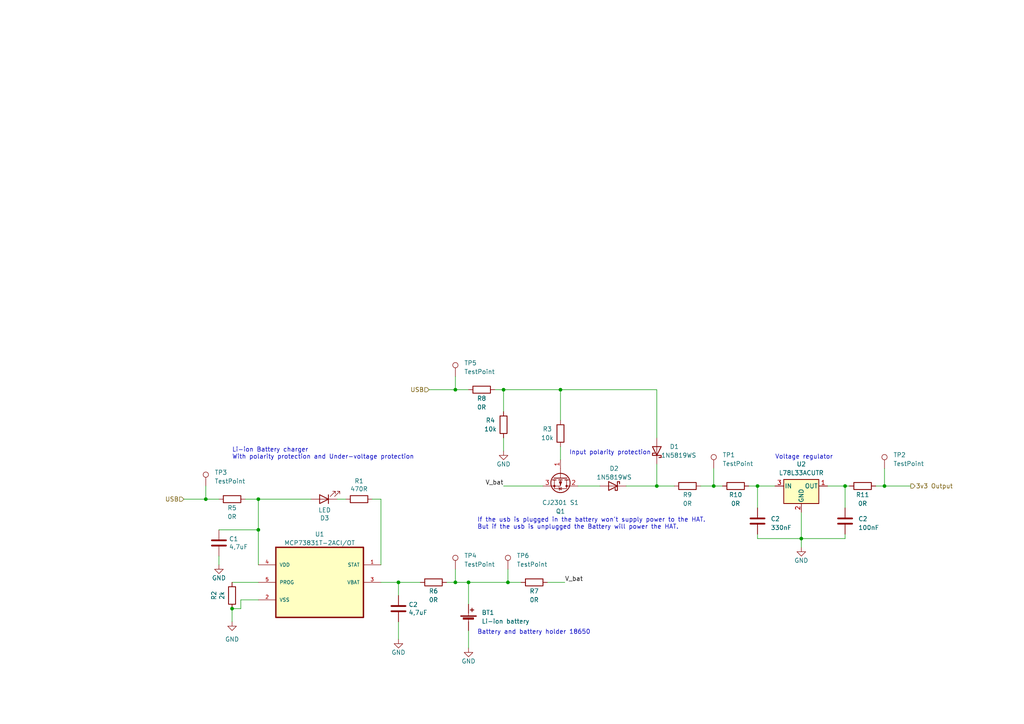
<source format=kicad_sch>
(kicad_sch (version 20230121) (generator eeschema)
  (paper "A4")
  (title_block (title "Power Subsystem") (date "2023-03-13") (rev "v2") (company "UCT") (comment 1 "Author: Nathan Sieberhagen"))
  (lib_symbols
    (symbol "Connector:TestPoint" (pin_numbers hide) (pin_names (offset 0.762) hide)
      (property "Reference" "TP" (at 0 6.858 0))
      (property "Value" "TestPoint" (at 0 5.08 0))
      (symbol "TestPoint_0_1"
        (circle (center 0 3.302) (radius 0.762))
      )
      (symbol "TestPoint_1_1"
        (pin passive line (at 0 0 90) (length 2.54) (name "1") (number "1"))
      )
    )
    (symbol "Device:Battery_Cell" (pin_numbers hide) (pin_names (offset 0) hide)
      (property "Reference" "BT" (at 2.54 2.54 0))
      (property "Value" "Battery_Cell" (at 2.54 0 0))
      (symbol "Battery_Cell_0_1"
        (rectangle (start -2.286 1.778) (end 2.286 1.524) (fill (type outline)))
        (rectangle (start -1.5748 1.1938) (end 1.4732 0.6858) (fill (type outline)))
        (polyline (pts (xy 0 0.762) (xy 0 0)))
        (polyline (pts (xy 0 1.778) (xy 0 2.54)))
        (polyline (pts (xy 0.508 3.429) (xy 1.524 3.429)) (stroke (width 0.254)))
        (polyline (pts (xy 1.016 3.937) (xy 1.016 2.921)) (stroke (width 0.254)))
      )
      (symbol "Battery_Cell_1_1"
        (pin passive line (at 0 5.08 270) (length 2.54) (name "+") (number "1"))
        (pin passive line (at 0 -2.54 90) (length 2.54) (name "-") (number "2"))
      )
    )
    (symbol "Device:C" (pin_numbers hide) (pin_names (offset 0.254))
      (property "Reference" "C" (at 0.635 2.54 0))
      (property "Value" "C" (at 0.635 -2.54 0))
      (symbol "C_0_1"
        (polyline (pts (xy -2.032 -0.762) (xy 2.032 -0.762)) (stroke (width 0.508)))
        (polyline (pts (xy -2.032 0.762) (xy 2.032 0.762)) (stroke (width 0.508)))
      )
      (symbol "C_1_1"
        (pin passive line (at 0 3.81 270) (length 2.794) (name "~") (number "1"))
        (pin passive line (at 0 -3.81 90) (length 2.794) (name "~") (number "2"))
      )
    )
    (symbol "Device:LED" (pin_numbers hide) (pin_names (offset 1.016) hide)
      (property "Reference" "D" (at 0 2.54 0))
      (property "Value" "LED" (at 0 -2.54 0))
      (symbol "LED_0_1"
        (polyline (pts (xy -1.27 -1.27) (xy -1.27 1.27)) (stroke (width 0.254)))
        (polyline (pts (xy -1.27 0) (xy 1.27 0)))
        (polyline (pts (xy 1.27 -1.27) (xy 1.27 1.27) (xy -1.27 0) (xy 1.27 -1.27)) (stroke (width 0.254)))
        (polyline (pts (xy -3.048 -0.762) (xy -4.572 -2.286) (xy -3.81 -2.286) (xy -4.572 -2.286) (xy -4.572 -1.524)))
        (polyline (pts (xy -1.778 -0.762) (xy -3.302 -2.286) (xy -2.54 -2.286) (xy -3.302 -2.286) (xy -3.302 -1.524)))
      )
      (symbol "LED_1_1"
        (pin passive line (at -3.81 0 0) (length 2.54) (name "K") (number "1"))
        (pin passive line (at 3.81 0 180) (length 2.54) (name "A") (number "2"))
      )
    )
    (symbol "Device:R" (pin_numbers hide) (pin_names (offset 0))
      (property "Reference" "R" (at 2.032 0 90))
      (property "Value" "R" (at 0 0 90))
      (symbol "R_0_1"
        (rectangle (start -1.016 -2.54) (end 1.016 2.54) (stroke (width 0.254)))
      )
      (symbol "R_1_1"
        (pin passive line (at 0 3.81 270) (length 1.27) (name "~") (number "1"))
        (pin passive line (at 0 -3.81 90) (length 1.27) (name "~") (number "2"))
      )
    )
    (symbol "Diode:1N5819WS" (pin_numbers hide) (pin_names (offset 1.016) hide)
      (property "Reference" "D" (at 0 2.54 0))
      (property "Value" "1N5819WS" (at 0 -2.54 0))
      (symbol "1N5819WS_0_1"
        (polyline (pts (xy 1.27 0) (xy -1.27 0)))
        (polyline (pts (xy 1.27 1.27) (xy 1.27 -1.27) (xy -1.27 0) (xy 1.27 1.27)) (stroke (width 0.254)))
        (polyline (pts (xy -1.905 0.635) (xy -1.905 1.27) (xy -1.27 1.27) (xy -1.27 -1.27) (xy -0.635 -1.27) (xy -0.635 -0.635)) (stroke (width 0.254)))
      )
      (symbol "1N5819WS_1_1"
        (pin passive line (at -3.81 0 0) (length 2.54) (name "K") (number "1"))
        (pin passive line (at 3.81 0 180) (length 2.54) (name "A") (number "2"))
      )
    )
    (symbol "MCP73831T-2ACI_OT:MCP73831T-2ACI{slash}OT" (pin_names (offset 1.016))
      (property "Reference" "U" (at -4.1227 10.0778 0))
      (property "Value" "MCP73831T-2ACI{slash}OT" (at -5.9526 -17.1963 0))
      (symbol "MCP73831T-2ACI{slash}OT_0_0"
        (rectangle (start -12.7 -12.7) (end 12.7 7.62) (stroke (width 0.4064)) (fill (type background)))
        (pin output line (at 17.78 2.54 180) (length 5.08) (name "STAT") (number "1"))
        (pin power_in line (at -17.78 -7.62 0) (length 5.08) (name "VSS") (number "2"))
        (pin output line (at 17.78 -2.54 180) (length 5.08) (name "VBAT") (number "3"))
        (pin power_in line (at -17.78 2.54 0) (length 5.08) (name "VDD") (number "4"))
        (pin input line (at -17.78 -2.54 0) (length 5.08) (name "PROG") (number "5"))
      )
    )
    (symbol "Regulator_Linear:L78L33_SOT89" (pin_names (offset 0.254))
      (property "Reference" "U" (at -3.81 3.175 0))
      (property "Value" "L78L33_SOT89" (at -0.635 3.175 0))
      (symbol "L78L33_SOT89_0_1"
        (rectangle (start -5.08 1.905) (end 5.08 -5.08) (stroke (width 0.254)) (fill (type background)))
      )
      (symbol "L78L33_SOT89_1_1"
        (pin power_out line (at 7.62 0 180) (length 2.54) (name "OUT") (number "1"))
        (pin power_in line (at 0 -7.62 90) (length 2.54) (name "GND") (number "2"))
        (pin power_in line (at -7.62 0 0) (length 2.54) (name "IN") (number "3"))
      )
    )
    (symbol "Transistor_FET:FQP27P06" (pin_names hide)
      (property "Reference" "Q" (at 5.08 1.905 0))
      (property "Value" "FQP27P06" (at 5.08 0 0))
      (symbol "FQP27P06_0_1"
        (polyline (pts (xy 0.254 0) (xy -2.54 0)))
        (polyline (pts (xy 0.254 1.905) (xy 0.254 -1.905)) (stroke (width 0.254)))
        (polyline (pts (xy 0.762 -1.27) (xy 0.762 -2.286)) (stroke (width 0.254)))
        (polyline (pts (xy 0.762 0.508) (xy 0.762 -0.508)) (stroke (width 0.254)))
        (polyline (pts (xy 0.762 2.286) (xy 0.762 1.27)) (stroke (width 0.254)))
        (polyline (pts (xy 2.54 2.54) (xy 2.54 1.778)))
        (polyline (pts (xy 2.54 -2.54) (xy 2.54 0) (xy 0.762 0)))
        (polyline (pts (xy 0.762 1.778) (xy 3.302 1.778) (xy 3.302 -1.778) (xy 0.762 -1.778)))
        (polyline (pts (xy 2.286 0) (xy 1.27 0.381) (xy 1.27 -0.381) (xy 2.286 0)) (fill (type outline)))
        (polyline (pts (xy 2.794 -0.508) (xy 2.921 -0.381) (xy 3.683 -0.381) (xy 3.81 -0.254)))
        (polyline (pts (xy 3.302 -0.381) (xy 2.921 0.254) (xy 3.683 0.254) (xy 3.302 -0.381)))
        (circle (center 1.651 0) (radius 2.794) (stroke (width 0.254)))
        (circle (center 2.54 -1.778) (radius 0.254) (fill (type outline)))
        (circle (center 2.54 1.778) (radius 0.254) (fill (type outline)))
      )
      (symbol "FQP27P06_1_1"
        (pin input line (at -5.08 0 0) (length 2.54) (name "G") (number "1"))
        (pin passive line (at 2.54 5.08 270) (length 2.54) (name "D") (number "2"))
        (pin passive line (at 2.54 -5.08 90) (length 2.54) (name "S") (number "3"))
      )
    )
    (symbol "power:GND" (power) (pin_names (offset 0))
      (property "Value" "GND" (at 0 -3.81 0))
      (symbol "GND_0_1"
        (polyline (pts (xy 0 0) (xy 0 -1.27) (xy 1.27 -1.27) (xy 0 -2.54) (xy -1.27 -1.27) (xy 0 -1.27)))
      )
      (symbol "GND_1_1"
        (pin power_in line (at 0 0 270) (length 0) hide (name "GND") (number "1"))
      )
    )
  )
  (junction (at 219.71 140.97))
  (junction (at 232.41 156.21))
  (junction (at 132.08 113.03))
  (junction (at 256.54 140.97))
  (junction (at 146.05 113.03))
  (junction (at 74.93 144.78))
  (junction (at 59.69 144.78))
  (junction (at 190.5 140.97))
  (junction (at 132.08 168.91))
  (junction (at 135.89 168.91))
  (junction (at 162.56 113.03))
  (junction (at 74.93 153.67))
  (junction (at 115.57 168.91))
  (junction (at 207.01 140.97))
  (junction (at 147.32 168.91))
  (junction (at 245.11 140.97))
  (junction (at 67.31 176.53))
  (wire (pts (xy 203.2 140.97) (xy 207.01 140.97)))
  (wire (pts (xy 115.57 168.91) (xy 115.57 172.72)))
  (wire (pts (xy 135.89 182.88) (xy 135.89 187.96)))
  (wire (pts (xy 190.5 134.62) (xy 190.5 140.97)))
  (wire (pts (xy 224.79 140.97) (xy 219.71 140.97)))
  (wire (pts (xy 132.08 113.03) (xy 135.89 113.03)))
  (wire (pts (xy 240.03 140.97) (xy 245.11 140.97)))
  (wire (pts (xy 158.75 168.91) (xy 163.83 168.91)))
  (wire (pts (xy 59.69 144.78) (xy 63.5 144.78)))
  (wire (pts (xy 245.11 156.21) (xy 232.41 156.21)))
  (wire (pts (xy 107.95 144.78) (xy 110.49 144.78)))
  (wire (pts (xy 115.57 180.34) (xy 115.57 185.42)))
  (wire (pts (xy 67.31 176.53) (xy 67.31 180.34)))
  (wire (pts (xy 162.56 113.03) (xy 190.5 113.03)))
  (wire (pts (xy 245.11 140.97) (xy 245.11 147.32)))
  (wire (pts (xy 146.05 140.97) (xy 157.48 140.97)))
  (wire (pts (xy 167.64 140.97) (xy 173.99 140.97)))
  (wire (pts (xy 162.56 113.03) (xy 146.05 113.03)))
  (wire (pts (xy 232.41 156.21) (xy 232.41 158.75)))
  (wire (pts (xy 245.11 154.94) (xy 245.11 156.21)))
  (wire (pts (xy 146.05 127) (xy 146.05 130.81)))
  (wire (pts (xy 232.41 156.21) (xy 219.71 156.21)))
  (wire (pts (xy 254 140.97) (xy 256.54 140.97)))
  (wire (pts (xy 69.85 176.53) (xy 67.31 176.53)))
  (wire (pts (xy 190.5 113.03) (xy 190.5 127)))
  (wire (pts (xy 256.54 135.89) (xy 256.54 140.97)))
  (wire (pts (xy 143.51 113.03) (xy 146.05 113.03)))
  (wire (pts (xy 181.61 140.97) (xy 190.5 140.97)))
  (wire (pts (xy 132.08 109.22) (xy 132.08 113.03)))
  (wire (pts (xy 146.05 113.03) (xy 146.05 119.38)))
  (wire (pts (xy 219.71 156.21) (xy 219.71 154.94)))
  (wire (pts (xy 63.5 153.67) (xy 74.93 153.67)))
  (wire (pts (xy 67.31 168.91) (xy 74.93 168.91)))
  (wire (pts (xy 69.85 173.99) (xy 74.93 173.99)))
  (wire (pts (xy 207.01 140.97) (xy 209.55 140.97)))
  (wire (pts (xy 63.5 161.29) (xy 63.5 163.83)))
  (wire (pts (xy 147.32 165.1) (xy 147.32 168.91)))
  (wire (pts (xy 129.54 168.91) (xy 132.08 168.91)))
  (wire (pts (xy 110.49 168.91) (xy 115.57 168.91)))
  (wire (pts (xy 53.34 144.78) (xy 59.69 144.78)))
  (wire (pts (xy 147.32 168.91) (xy 151.13 168.91)))
  (wire (pts (xy 219.71 140.97) (xy 219.71 147.32)))
  (wire (pts (xy 115.57 168.91) (xy 121.92 168.91)))
  (wire (pts (xy 124.46 113.03) (xy 132.08 113.03)))
  (wire (pts (xy 256.54 140.97) (xy 264.16 140.97)))
  (wire (pts (xy 110.49 144.78) (xy 110.49 163.83)))
  (wire (pts (xy 217.17 140.97) (xy 219.71 140.97)))
  (wire (pts (xy 232.41 148.59) (xy 232.41 156.21)))
  (wire (pts (xy 69.85 173.99) (xy 69.85 176.53)))
  (wire (pts (xy 135.89 168.91) (xy 135.89 175.26)))
  (wire (pts (xy 74.93 144.78) (xy 90.17 144.78)))
  (wire (pts (xy 132.08 168.91) (xy 135.89 168.91)))
  (wire (pts (xy 74.93 153.67) (xy 74.93 163.83)))
  (wire (pts (xy 190.5 140.97) (xy 195.58 140.97)))
  (wire (pts (xy 59.69 140.97) (xy 59.69 144.78)))
  (wire (pts (xy 162.56 121.92) (xy 162.56 113.03)))
  (wire (pts (xy 207.01 135.89) (xy 207.01 140.97)))
  (wire (pts (xy 74.93 144.78) (xy 74.93 153.67)))
  (wire (pts (xy 135.89 168.91) (xy 147.32 168.91)))
  (wire (pts (xy 245.11 140.97) (xy 246.38 140.97)))
  (wire (pts (xy 162.56 129.54) (xy 162.56 133.35)))
  (wire (pts (xy 100.33 144.78) (xy 97.79 144.78)))
  (wire (pts (xy 132.08 165.1) (xy 132.08 168.91)))
  (wire (pts (xy 71.12 144.78) (xy 74.93 144.78)))
  (text "Li-ion Battery charger\nWith polarity protection and Under-voltage protection" (at 67.31 133.35 0) (effects (font (size 1.27 1.27)) (justify left bottom)))
  (text "Battery and battery holder 18650\n" (at 138.43 184.15 0) (effects (font (size 1.27 1.27)) (justify left bottom)))
  (text "Input polarity protection" (at 165.1 132.08 0) (effects (font (size 1.27 1.27)) (justify left bottom)))
  (text "Voltage regulator" (at 224.79 133.35 0) (effects (font (size 1.27 1.27)) (justify left bottom)))
  (text "If the usb is plugged in the battery won't supply power to the HAT. \nBut if the usb is unplugged the Battery will power the HAT.\n" (at 138.43 153.67 0) (effects (font (size 1.27 1.27)) (justify left bottom)))
  (label "V_bat" (at 163.83 168.91 0))
  (label "V_bat" (at 146.05 140.97 180))
  (hierarchical_label "3v3 Output" (shape output) (at 264.16 140.97 0))
  (hierarchical_label "USB" (shape input) (at 124.46 113.03 180))
  (hierarchical_label "USB" (shape input) (at 53.34 144.78 180))
  (symbol (lib_id "Device:C") (at 115.57 176.53 0) (unit 1)
    (property "Reference" "C2" (at 118.491 175.3616 0) (effects (justify left)))
    (property "Value" "4,7uF" (at 118.491 177.673 0) (effects (justify left)))
    (property "JLCPCB Part" "C8032" (effects hide))
    (property "price" "0,004" (effects hide))
  )
  (symbol (lib_id "Device:R") (at 67.31 172.72 180) (unit 1)
    (property "Reference" "R2" (at 62.0522 172.72 90))
    (property "Value" "2k" (at 64.3636 172.72 90))
    (property "price" "0,0015" (effects hide))
    (instances (project "Power" (path "" (reference "R2") (unit 1))) (project "power_submodule_v2" (path "" (reference "R2") (unit 1))) (project "EEE3088F_Kicad" (path "" (reference "R11") (unit 1))))
  )
  (symbol (lib_id "Connector:TestPoint") (at 132.08 165.1 0) (unit 1)
    (property "Reference" "TP4" (at 134.62 161.163 0) (effects (justify left)))
    (property "Value" "TestPoint" (at 134.62 163.703 0) (effects (justify left)))
    (instances (project "Power" (path "" (reference "TP4") (unit 1))) (project "EEE3088F_Kicad" (path "" (reference "TP2") (unit 1))))
  )
  (symbol (lib_id "Connector:TestPoint") (at 147.32 165.1 0) (unit 1)
    (property "Reference" "TP6" (at 149.86 161.163 0) (effects (justify left)))
    (property "Value" "TestPoint" (at 149.86 163.703 0) (effects (justify left)))
    (instances (project "Power" (path "" (reference "TP6") (unit 1))) (project "EEE3088F_Kicad" (path "" (reference "TP3") (unit 1))))
  )
  (symbol (lib_id "power:GND") (at 115.57 185.42 0) (unit 1)
    (property "Reference" "#PWR06" (effects hide))
    (property "Value" "GND" (at 115.57 189.23 0))
    (instances (project "Power" (path "" (reference "#PWR06") (unit 1))) (project "EEE3088F_Kicad" (path "" (reference "#PWR028") (unit 1))))
  )
  (symbol (lib_id "Device:R") (at 162.56 125.73 180) (unit 1)
    (property "Reference" "R3" (at 158.75 124.46 0))
    (property "Value" "10k" (at 158.75 127 0))
    (property "price" "0,0015" (effects hide))
    (instances (project "Power" (path "" (reference "R3") (unit 1))) (project "power_submodule_v2" (path "" (reference "R2") (unit 1))) (project "EEE3088F_Kicad" (path "" (reference "R9") (unit 1))))
  )
  (symbol (lib_id "Device:R") (at 250.19 140.97 270) (unit 1)
    (property "Reference" "R11" (at 250.19 143.51 90))
    (property "Value" "0R" (at 250.19 146.05 90))
    (property "price" "0,0015" (effects hide))
    (instances (project "Power" (path "" (reference "R11") (unit 1))) (project "power_submodule_v2" (path "" (reference "R2") (unit 1))) (project "EEE3088F_Kicad" (path "" (reference "R7") (unit 1))))
  )
  (symbol (lib_id "Regulator_Linear:L78L33_SOT89") (at 232.41 140.97 0) (unit 1)
    (property "Reference" "U2" (at 232.41 134.62 0))
    (property "Value" "L78L33ACUTR" (at 232.41 137.16 0))
    (property "Footprint" "Package_TO_SOT_SMD:SOT-89-3" (effects hide))
    (property "Datasheet" "http://www.st.com/content/ccc/resource/technical/document/datasheet/15/55/e5/aa/23/5b/43/fd/CD00000446.pdf/files/CD00000446.pdf/jcr:content/translations/en.CD00000446.pdf" (effects hide))
    (instances (project "Power" (path "" (reference "U2") (unit 1))) (project "EEE3088F_Kicad" (path "" (reference "U9") (unit 1))))
  )
  (symbol (lib_id "Device:C") (at 219.71 151.13 0) (unit 1)
    (property "Reference" "C2" (at 223.52 150.495 0) (effects (justify left)))
    (property "Value" "330nF" (at 223.52 153.035 0) (effects (justify left)))
    (property "Footprint" "EEE3088F_Footprints:CAPC3216X180N" (effects hide))
    (property "LCSC" "C13585" (effects hide))
    (instances (project "power2" (path "" (reference "C2") (unit 1))) (project "Power" (path "" (reference "C3") (unit 1))) (project "EEE3088F_Kicad" (path "" (reference "C3") (unit 1))))
  )
  (symbol (lib_id "Connector:TestPoint") (at 132.08 109.22 0) (unit 1)
    (property "Reference" "TP5" (at 134.62 105.283 0) (effects (justify left)))
    (property "Value" "TestPoint" (at 134.62 107.823 0) (effects (justify left)))
    (instances (project "Power" (path "" (reference "TP5") (unit 1))) (project "EEE3088F_Kicad" (path "" (reference "TP4") (unit 1))))
  )
  (symbol (lib_id "MCP73831T-2ACI_OT:MCP73831T-2ACI{slash}OT") (at 92.71 166.37 0) (unit 1)
    (property "Reference" "U1" (at 92.71 154.94 0))
    (property "Value" "MCP73831T-2ACI/OT" (at 92.71 157.48 0))
    (property "Footprint" "SOT95P280X145-5N" (effects hide))
    (property "SUPPLIER" "Microchip" (effects hide))
    (property "OC_FARNELL" "1332158" (effects hide))
    (property "MPN" "MCP73831T-2ACI/OT" (effects hide))
    (property "OC_NEWARK" "56K7045" (effects hide))
    (property "PACKAGE" "SOT-5" (effects hide))
    (property "JLCPCB" "C424093" (effects hide))
    (instances (project "Power" (path "" (reference "U1") (unit 1))) (project "EEE3088F_Kicad" (path "" (reference "U8") (unit 1))))
  )
  (symbol (lib_id "Device:R") (at 125.73 168.91 270) (unit 1)
    (property "Reference" "R6" (at 125.73 171.45 90))
    (property "Value" "0R" (at 125.73 173.99 90))
    (property "price" "0,0015" (effects hide))
    (instances (project "Power" (path "" (reference "R6") (unit 1))) (project "power_submodule_v2" (path "" (reference "R2") (unit 1))) (project "EEE3088F_Kicad" (path "" (reference "R2") (unit 1))))
  )
  (symbol (lib_id "Diode:1N5819WS") (at 190.5 130.81 270) (mirror x) (unit 1)
    (property "Reference" "D1" (at 195.58 129.54 90))
    (property "Value" "1N5819WS" (at 196.85 132.08 90))
    (property "Footprint" "Diode_SMD:D_SOD-323" (effects hide))
    (property "Datasheet" "https://datasheet.lcsc.com/lcsc/2204281430_Guangdong-Hottech-1N5819WS_C191023.pdf" (effects hide))
    (instances (project "Power" (path "" (reference "D1") (unit 1))) (project "EEE3088F_Kicad" (path "" (reference "D3") (unit 1))))
  )
  (symbol (lib_id "Device:R") (at 213.36 140.97 270) (unit 1)
    (property "Reference" "R10" (at 213.36 143.51 90))
    (property "Value" "0R" (at 213.36 146.05 90))
    (property "price" "0,0015" (effects hide))
    (instances (project "Power" (path "" (reference "R10") (unit 1))) (project "power_submodule_v2" (path "" (reference "R2") (unit 1))) (project "EEE3088F_Kicad" (path "" (reference "R6") (unit 1))))
  )
  (symbol (lib_id "power:GND") (at 146.05 130.81 0) (unit 1)
    (property "Reference" "#PWR07" (effects hide))
    (property "Value" "GND" (at 146.05 134.62 0))
    (instances (project "Power" (path "" (reference "#PWR07") (unit 1))) (project "EEE3088F_Kicad" (path "" (reference "#PWR030") (unit 1))))
  )
  (symbol (lib_id "Device:LED") (at 93.98 144.78 180) (unit 1)
    (property "Reference" "D3" (at 94.1578 150.2664 0))
    (property "Value" "LED" (at 94.1578 147.955 0))
    (property "JLCPCB Part" "C264544" (effects hide))
    (property "price" "0,1584" (effects hide))
    (instances (project "Power" (path "" (reference "D3") (unit 1))) (project "power_submodule_v2" (path "" (reference "D1") (unit 1))) (project "EEE3088F_Kicad" (path "" (reference "D1") (unit 1))))
  )
  (symbol (lib_id "Diode:1N5819WS") (at 177.8 140.97 0) (mirror y) (unit 1)
    (property "Reference" "D2" (at 178.1175 135.89 0))
    (property "Value" "1N5819WS" (at 178.1175 138.43 0))
    (property "Footprint" "Diode_SMD:D_SOD-323" (effects hide))
    (property "Datasheet" "https://datasheet.lcsc.com/lcsc/2204281430_Guangdong-Hottech-1N5819WS_C191023.pdf" (effects hide))
  )
  (symbol (lib_id "Device:C") (at 245.11 151.13 0) (unit 1)
    (property "Reference" "C2" (at 248.92 150.495 0) (effects (justify left)))
    (property "Value" "100nF" (at 248.92 153.035 0) (effects (justify left)))
    (property "Footprint" "EEE3088F_Footprints:CAPC3216X180N" (effects hide))
    (property "LCSC" "C13585" (effects hide))
    (instances (project "power2" (path "" (reference "C2") (unit 1))) (project "Power" (path "" (reference "C4") (unit 1))) (project "EEE3088F_Kicad" (path "" (reference "C4") (unit 1))))
  )
  (symbol (lib_id "Device:C") (at 63.5 157.48 0) (unit 1)
    (property "Reference" "C1" (at 66.421 156.3116 0) (effects (justify left)))
    (property "Value" "4,7uF" (at 66.421 158.623 0) (effects (justify left)))
    (property "JLCPCB Part" "C8032" (effects hide))
    (property "price" "0,004" (effects hide))
  )
  (symbol (lib_id "Device:R") (at 139.7 113.03 270) (unit 1)
    (property "Reference" "R8" (at 139.7 115.57 90))
    (property "Value" "0R" (at 139.7 118.11 90))
    (property "price" "0,0015" (effects hide))
    (instances (project "Power" (path "" (reference "R8") (unit 1))) (project "power_submodule_v2" (path "" (reference "R2") (unit 1))) (project "EEE3088F_Kicad" (path "" (reference "R4") (unit 1))))
  )
  (symbol (lib_id "Device:R") (at 199.39 140.97 270) (unit 1)
    (property "Reference" "R9" (at 199.39 143.51 90))
    (property "Value" "0R" (at 199.39 146.05 90))
    (property "price" "0,0015" (effects hide))
    (instances (project "Power" (path "" (reference "R9") (unit 1))) (project "power_submodule_v2" (path "" (reference "R2") (unit 1))) (project "EEE3088F_Kicad" (path "" (reference "R5") (unit 1))))
  )
  (symbol (lib_id "power:GND") (at 135.89 187.96 0) (unit 1)
    (property "Reference" "#PWR04" (effects hide))
    (property "Value" "GND" (at 135.89 191.77 0))
    (instances (project "Power" (path "" (reference "#PWR04") (unit 1))) (project "EEE3088F_Kicad" (path "" (reference "#PWR029") (unit 1))))
  )
  (symbol (lib_id "Device:R") (at 67.31 144.78 270) (unit 1)
    (property "Reference" "R5" (at 67.31 147.32 90))
    (property "Value" "0R" (at 67.31 149.86 90))
    (property "price" "0,0015" (effects hide))
    (instances (project "Power" (path "" (reference "R5") (unit 1))) (project "power_submodule_v2" (path "" (reference "R2") (unit 1))) (project "EEE3088F_Kicad" (path "" (reference "R1") (unit 1))))
  )
  (symbol (lib_id "Device:R") (at 146.05 123.19 180) (unit 1)
    (property "Reference" "R4" (at 142.24 121.92 0))
    (property "Value" "10k" (at 142.24 124.46 0))
    (property "price" "0,0015" (effects hide))
    (instances (project "Power" (path "" (reference "R4") (unit 1))) (project "power_submodule_v2" (path "" (reference "R2") (unit 1))) (project "EEE3088F_Kicad" (path "" (reference "R8") (unit 1))))
  )
  (symbol (lib_id "power:GND") (at 67.31 180.34 0) (unit 1)
    (property "Reference" "#PWR02" (effects hide))
    (property "Value" "GND" (at 67.31 185.42 0))
    (instances (project "Power" (path "" (reference "#PWR02") (unit 1))) (project "EEE3088F_Kicad" (path "" (reference "#PWR027") (unit 1))))
  )
  (symbol (lib_id "Device:R") (at 104.14 144.78 90) (unit 1)
    (property "Reference" "R1" (at 104.14 139.5222 90))
    (property "Value" "470R" (at 104.14 141.8336 90))
    (property "price" "0,0015" (effects hide))
    (instances (project "Power" (path "" (reference "R1") (unit 1))) (project "power_submodule_v2" (path "" (reference "R2") (unit 1))) (project "EEE3088F_Kicad" (path "" (reference "R10") (unit 1))))
  )
  (symbol (lib_id "power:GND") (at 232.41 158.75 0) (unit 1)
    (property "Reference" "#PWR03" (effects hide))
    (property "Value" "GND" (at 232.41 162.56 0))
    (instances (project "Power" (path "" (reference "#PWR03") (unit 1))) (project "EEE3088F_Kicad" (path "" (reference "#PWR031") (unit 1))))
  )
  (symbol (lib_id "Device:Battery_Cell") (at 135.89 180.34 0) (unit 1)
    (property "Reference" "BT1" (at 139.7 177.673 0) (effects (justify left)))
    (property "Value" "Li-ion battery" (at 139.7 180.213 0) (effects (justify left)))
  )
  (symbol (lib_id "Connector:TestPoint") (at 59.69 140.97 0) (unit 1)
    (property "Reference" "TP3" (at 62.23 137.033 0) (effects (justify left)))
    (property "Value" "TestPoint" (at 62.23 139.573 0) (effects (justify left)))
    (instances (project "Power" (path "" (reference "TP3") (unit 1))) (project "EEE3088F_Kicad" (path "" (reference "TP1") (unit 1))))
  )
  (symbol (lib_id "Connector:TestPoint") (at 256.54 135.89 0) (unit 1)
    (property "Reference" "TP2" (at 259.08 131.953 0) (effects (justify left)))
    (property "Value" "TestPoint" (at 259.08 134.493 0) (effects (justify left)))
    (instances (project "Power" (path "" (reference "TP2") (unit 1))) (project "EEE3088F_Kicad" (path "" (reference "TP6") (unit 1))))
  )
  (symbol (lib_id "Device:R") (at 154.94 168.91 270) (unit 1)
    (property "Reference" "R7" (at 154.94 171.45 90))
    (property "Value" "0R" (at 154.94 173.99 90))
    (property "price" "0,0015" (effects hide))
    (instances (project "Power" (path "" (reference "R7") (unit 1))) (project "power_submodule_v2" (path "" (reference "R2") (unit 1))) (project "EEE3088F_Kicad" (path "" (reference "R3") (unit 1))))
  )
  (symbol (lib_id "Connector:TestPoint") (at 207.01 135.89 0) (unit 1)
    (property "Reference" "TP1" (at 209.55 131.953 0) (effects (justify left)))
    (property "Value" "TestPoint" (at 209.55 134.493 0) (effects (justify left)))
    (instances (project "Power" (path "" (reference "TP1") (unit 1))) (project "EEE3088F_Kicad" (path "" (reference "TP5") (unit 1))))
  )
  (symbol (lib_id "power:GND") (at 63.5 163.83 0) (unit 1)
    (property "Reference" "#PWR05" (effects hide))
    (property "Value" "GND" (at 63.5 167.64 0))
    (instances (project "Power" (path "" (reference "#PWR05") (unit 1))) (project "EEE3088F_Kicad" (path "" (reference "#PWR026") (unit 1))))
  )
  (symbol (lib_id "Transistor_FET:FQP27P06") (at 162.56 138.43 270) (unit 1)
    (property "Reference" "Q1" (at 162.56 148.3106 90))
    (property "Value" "CJ2301 S1" (at 162.56 145.7706 90))
    (property "Footprint" "Package_TO_SOT_SMD:SOT-23" (effects hide))
    (property "Datasheet" "https://datasheet.lcsc.com/lcsc/1809141711_Changjiang-Electronics-Tech--CJ-CJ2301-S1_C8547.pdf" (effects hide))
    (property "LCSC" "C8547" (effects hide))
    (property "Price" "0.042" (effects hide))
    (property "Populate" "Yes" (effects hide))
  )
)
</source>
